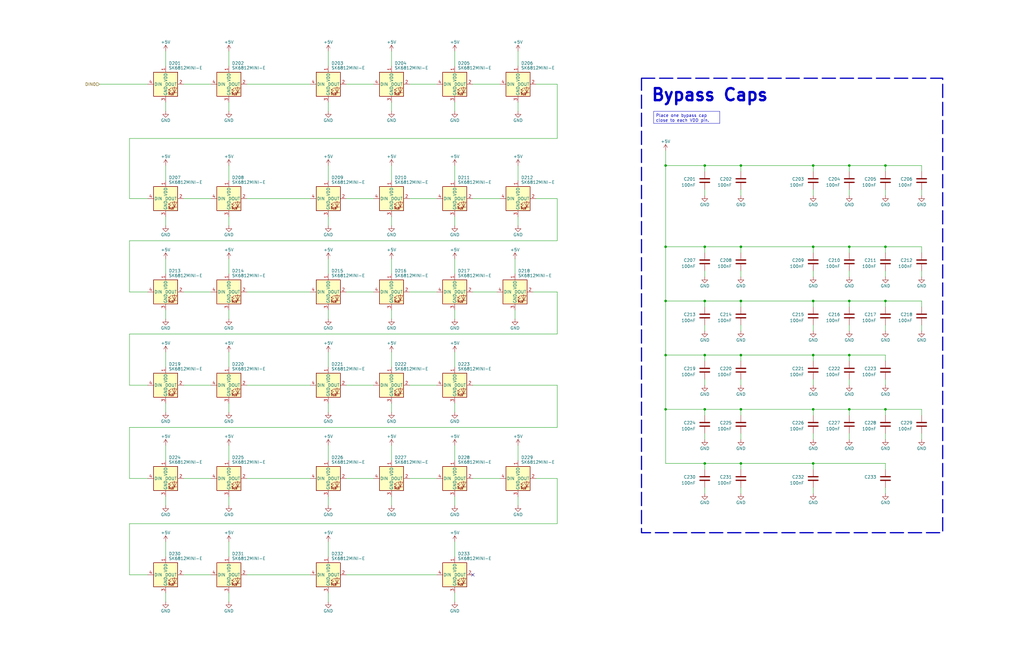
<source format=kicad_sch>
(kicad_sch (version 20230121) (generator eeschema)
  (paper "B")
  (title_block (title "Nifty Numpad") (date "2023-06-10") (rev "${REV}") (comment 1 "Isaac Rex"))
  (junction (at 312.42 69.85))
  (junction (at 312.42 127))
  (junction (at 280.67 172.72))
  (junction (at 358.14 149.86))
  (junction (at 358.14 104.14))
  (junction (at 342.9 195.58))
  (junction (at 280.67 149.86))
  (junction (at 342.9 172.72))
  (junction (at 358.14 69.85))
  (junction (at 297.18 172.72))
  (junction (at 342.9 104.14))
  (junction (at 312.42 149.86))
  (junction (at 297.18 195.58))
  (junction (at 297.18 149.86))
  (junction (at 297.18 104.14))
  (junction (at 373.38 172.72))
  (junction (at 342.9 127))
  (junction (at 373.38 69.85))
  (junction (at 358.14 172.72))
  (junction (at 342.9 149.86))
  (junction (at 280.67 69.85))
  (junction (at 297.18 69.85))
  (junction (at 297.18 127))
  (junction (at 280.67 104.14))
  (junction (at 312.42 172.72))
  (junction (at 312.42 195.58))
  (junction (at 312.42 104.14))
  (junction (at 373.38 127))
  (junction (at 342.9 69.85))
  (junction (at 358.14 127))
  (junction (at 373.38 104.14))
  (junction (at 280.67 127))
  (no_connect (at 199.39 242.57))
  (wire (pts (xy 358.14 69.85) (xy 358.14 72.39)))
  (wire (pts (xy 373.38 127) (xy 358.14 127)))
  (wire (pts (xy 191.77 21.59) (xy 191.77 27.94)))
  (wire (pts (xy 77.47 201.93) (xy 88.9 201.93)))
  (wire (pts (xy 342.9 149.86) (xy 342.9 152.4)))
  (wire (pts (xy 77.47 123.19) (xy 88.9 123.19)))
  (wire (pts (xy 104.14 83.82) (xy 130.81 83.82)))
  (wire (pts (xy 312.42 129.54) (xy 312.42 127)))
  (wire (pts (xy 69.85 91.44) (xy 69.85 95.25)))
  (wire (pts (xy 138.43 187.96) (xy 138.43 194.31)))
  (wire (pts (xy 373.38 195.58) (xy 373.38 198.12)))
  (wire (pts (xy 96.52 21.59) (xy 96.52 27.94)))
  (wire (pts (xy 218.44 43.18) (xy 218.44 46.99)))
  (wire (pts (xy 312.42 114.3) (xy 312.42 116.84)))
  (wire (pts (xy 373.38 182.88) (xy 373.38 185.42)))
  (wire (pts (xy 172.72 35.56) (xy 184.15 35.56)))
  (wire (pts (xy 191.77 148.59) (xy 191.77 154.94)))
  (wire (pts (xy 312.42 152.4) (xy 312.42 149.86)))
  (wire (pts (xy 342.9 137.16) (xy 342.9 139.7)))
  (wire (pts (xy 358.14 172.72) (xy 342.9 172.72)))
  (wire (pts (xy 342.9 182.88) (xy 342.9 185.42)))
  (wire (pts (xy 96.52 250.19) (xy 96.52 254)))
  (wire (pts (xy 138.43 250.19) (xy 138.43 254)))
  (wire (pts (xy 218.44 209.55) (xy 218.44 213.36)))
  (wire (pts (xy 312.42 106.68) (xy 312.42 104.14)))
  (wire (pts (xy 373.38 205.74) (xy 373.38 208.28)))
  (wire (pts (xy 388.62 175.26) (xy 388.62 172.72)))
  (wire (pts (xy 342.9 80.01) (xy 342.9 82.55)))
  (wire (pts (xy 312.42 137.16) (xy 312.42 139.7)))
  (wire (pts (xy 388.62 114.3) (xy 388.62 116.84)))
  (wire (pts (xy 217.17 130.81) (xy 217.17 134.62)))
  (wire (pts (xy 191.77 43.18) (xy 191.77 46.99)))
  (wire (pts (xy 199.39 35.56) (xy 210.82 35.56)))
  (wire (pts (xy 217.17 109.22) (xy 217.17 115.57)))
  (wire (pts (xy 191.77 228.6) (xy 191.77 234.95)))
  (wire (pts (xy 69.85 69.85) (xy 69.85 76.2)))
  (wire (pts (xy 312.42 198.12) (xy 312.42 195.58)))
  (wire (pts (xy 218.44 91.44) (xy 218.44 95.25)))
  (wire (pts (xy 138.43 109.22) (xy 138.43 115.57)))
  (wire (pts (xy 69.85 228.6) (xy 69.85 234.95)))
  (wire (pts (xy 297.18 175.26) (xy 297.18 172.72)))
  (wire (pts (xy 138.43 148.59) (xy 138.43 154.94)))
  (wire (pts (xy 199.39 162.56) (xy 234.95 162.56)))
  (wire (pts (xy 191.77 69.85) (xy 191.77 76.2)))
  (wire (pts (xy 297.18 172.72) (xy 312.42 172.72)))
  (wire (pts (xy 138.43 43.18) (xy 138.43 46.99)))
  (wire (pts (xy 358.14 149.86) (xy 358.14 152.4)))
  (wire (pts (xy 297.18 160.02) (xy 297.18 162.56)))
  (wire (pts (xy 280.67 69.85) (xy 297.18 69.85)))
  (wire (pts (xy 312.42 205.74) (xy 312.42 208.28)))
  (wire (pts (xy 54.61 83.82) (xy 62.23 83.82)))
  (wire (pts (xy 218.44 69.85) (xy 218.44 76.2)))
  (wire (pts (xy 342.9 104.14) (xy 342.9 106.68)))
  (wire (pts (xy 234.95 101.6) (xy 54.61 101.6)))
  (wire (pts (xy 191.77 91.44) (xy 191.77 95.25)))
  (wire (pts (xy 104.14 201.93) (xy 130.81 201.93)))
  (wire (pts (xy 280.67 172.72) (xy 297.18 172.72)))
  (wire (pts (xy 342.9 205.74) (xy 342.9 208.28)))
  (wire (pts (xy 172.72 123.19) (xy 184.15 123.19)))
  (wire (pts (xy 234.95 58.42) (xy 54.61 58.42)))
  (wire (pts (xy 104.14 123.19) (xy 130.81 123.19)))
  (wire (pts (xy 373.38 69.85) (xy 358.14 69.85)))
  (wire (pts (xy 165.1 21.59) (xy 165.1 27.94)))
  (wire (pts (xy 69.85 209.55) (xy 69.85 213.36)))
  (wire (pts (xy 280.67 127) (xy 280.67 104.14)))
  (wire (pts (xy 234.95 162.56) (xy 234.95 180.34)))
  (wire (pts (xy 342.9 69.85) (xy 312.42 69.85)))
  (wire (pts (xy 297.18 72.39) (xy 297.18 69.85)))
  (wire (pts (xy 280.67 195.58) (xy 280.67 172.72)))
  (wire (pts (xy 96.52 130.81) (xy 96.52 134.62)))
  (wire (pts (xy 280.67 149.86) (xy 280.67 127)))
  (wire (pts (xy 373.38 80.01) (xy 373.38 82.55)))
  (wire (pts (xy 358.14 80.01) (xy 358.14 82.55)))
  (wire (pts (xy 373.38 114.3) (xy 373.38 116.84)))
  (wire (pts (xy 146.05 83.82) (xy 157.48 83.82)))
  (wire (pts (xy 165.1 148.59) (xy 165.1 154.94)))
  (wire (pts (xy 96.52 69.85) (xy 96.52 76.2)))
  (wire (pts (xy 226.06 201.93) (xy 234.95 201.93)))
  (wire (pts (xy 388.62 172.72) (xy 373.38 172.72)))
  (wire (pts (xy 172.72 201.93) (xy 184.15 201.93)))
  (wire (pts (xy 342.9 172.72) (xy 312.42 172.72)))
  (wire (pts (xy 146.05 201.93) (xy 157.48 201.93)))
  (wire (pts (xy 226.06 83.82) (xy 234.95 83.82)))
  (wire (pts (xy 138.43 170.18) (xy 138.43 173.99)))
  (wire (pts (xy 297.18 127) (xy 312.42 127)))
  (wire (pts (xy 312.42 160.02) (xy 312.42 162.56)))
  (wire (pts (xy 54.61 58.42) (xy 54.61 83.82)))
  (wire (pts (xy 342.9 160.02) (xy 342.9 162.56)))
  (wire (pts (xy 146.05 35.56) (xy 157.48 35.56)))
  (wire (pts (xy 54.61 123.19) (xy 62.23 123.19)))
  (wire (pts (xy 342.9 69.85) (xy 342.9 72.39)))
  (wire (pts (xy 342.9 195.58) (xy 342.9 198.12)))
  (wire (pts (xy 138.43 69.85) (xy 138.43 76.2)))
  (wire (pts (xy 165.1 69.85) (xy 165.1 76.2)))
  (wire (pts (xy 358.14 104.14) (xy 358.14 106.68)))
  (wire (pts (xy 138.43 91.44) (xy 138.43 95.25)))
  (wire (pts (xy 373.38 149.86) (xy 358.14 149.86)))
  (wire (pts (xy 77.47 162.56) (xy 88.9 162.56)))
  (wire (pts (xy 191.77 187.96) (xy 191.77 194.31)))
  (wire (pts (xy 191.77 109.22) (xy 191.77 115.57)))
  (wire (pts (xy 297.18 137.16) (xy 297.18 139.7)))
  (wire (pts (xy 373.38 160.02) (xy 373.38 162.56)))
  (wire (pts (xy 280.67 104.14) (xy 297.18 104.14)))
  (wire (pts (xy 297.18 195.58) (xy 280.67 195.58)))
  (wire (pts (xy 69.85 130.81) (xy 69.85 134.62)))
  (wire (pts (xy 165.1 170.18) (xy 165.1 173.99)))
  (wire (pts (xy 312.42 72.39) (xy 312.42 69.85)))
  (wire (pts (xy 234.95 201.93) (xy 234.95 220.98)))
  (wire (pts (xy 218.44 21.59) (xy 218.44 27.94)))
  (wire (pts (xy 199.39 123.19) (xy 209.55 123.19)))
  (wire (pts (xy 191.77 250.19) (xy 191.77 254)))
  (wire (pts (xy 234.95 180.34) (xy 54.61 180.34)))
  (wire (pts (xy 388.62 129.54) (xy 388.62 127)))
  (wire (pts (xy 172.72 83.82) (xy 184.15 83.82)))
  (wire (pts (xy 54.61 180.34) (xy 54.61 201.93)))
  (wire (pts (xy 69.85 170.18) (xy 69.85 173.99)))
  (wire (pts (xy 297.18 106.68) (xy 297.18 104.14)))
  (wire (pts (xy 191.77 209.55) (xy 191.77 213.36)))
  (wire (pts (xy 96.52 148.59) (xy 96.52 154.94)))
  (wire (pts (xy 388.62 72.39) (xy 388.62 69.85)))
  (wire (pts (xy 358.14 114.3) (xy 358.14 116.84)))
  (wire (pts (xy 297.18 69.85) (xy 312.42 69.85)))
  (wire (pts (xy 358.14 160.02) (xy 358.14 162.56)))
  (wire (pts (xy 218.44 187.96) (xy 218.44 194.31)))
  (wire (pts (xy 297.18 149.86) (xy 312.42 149.86)))
  (wire (pts (xy 77.47 242.57) (xy 88.9 242.57)))
  (wire (pts (xy 234.95 220.98) (xy 54.61 220.98)))
  (wire (pts (xy 138.43 21.59) (xy 138.43 27.94)))
  (wire (pts (xy 199.39 83.82) (xy 210.82 83.82)))
  (wire (pts (xy 104.14 242.57) (xy 130.81 242.57)))
  (wire (pts (xy 373.38 149.86) (xy 373.38 152.4)))
  (wire (pts (xy 54.61 101.6) (xy 54.61 123.19)))
  (wire (pts (xy 358.14 137.16) (xy 358.14 139.7)))
  (wire (pts (xy 165.1 91.44) (xy 165.1 95.25)))
  (wire (pts (xy 96.52 91.44) (xy 96.52 95.25)))
  (wire (pts (xy 96.52 228.6) (xy 96.52 234.95)))
  (wire (pts (xy 358.14 182.88) (xy 358.14 185.42)))
  (wire (pts (xy 96.52 187.96) (xy 96.52 194.31)))
  (wire (pts (xy 297.18 152.4) (xy 297.18 149.86)))
  (wire (pts (xy 54.61 220.98) (xy 54.61 242.57)))
  (wire (pts (xy 297.18 205.74) (xy 297.18 208.28)))
  (wire (pts (xy 312.42 80.01) (xy 312.42 82.55)))
  (wire (pts (xy 297.18 114.3) (xy 297.18 116.84)))
  (wire (pts (xy 104.14 35.56) (xy 130.81 35.56)))
  (wire (pts (xy 165.1 43.18) (xy 165.1 46.99)))
  (wire (pts (xy 234.95 83.82) (xy 234.95 101.6)))
  (wire (pts (xy 388.62 104.14) (xy 373.38 104.14)))
  (wire (pts (xy 297.18 80.01) (xy 297.18 82.55)))
  (wire (pts (xy 373.38 104.14) (xy 373.38 106.68)))
  (wire (pts (xy 165.1 187.96) (xy 165.1 194.31)))
  (wire (pts (xy 280.67 63.5) (xy 280.67 69.85)))
  (wire (pts (xy 234.95 35.56) (xy 234.95 58.42)))
  (wire (pts (xy 77.47 83.82) (xy 88.9 83.82)))
  (wire (pts (xy 96.52 43.18) (xy 96.52 46.99)))
  (wire (pts (xy 312.42 175.26) (xy 312.42 172.72)))
  (wire (pts (xy 342.9 172.72) (xy 342.9 175.26)))
  (wire (pts (xy 226.06 35.56) (xy 234.95 35.56)))
  (wire (pts (xy 165.1 109.22) (xy 165.1 115.57)))
  (wire (pts (xy 191.77 170.18) (xy 191.77 173.99)))
  (wire (pts (xy 191.77 130.81) (xy 191.77 134.62)))
  (wire (pts (xy 146.05 242.57) (xy 184.15 242.57)))
  (wire (pts (xy 172.72 162.56) (xy 184.15 162.56)))
  (wire (pts (xy 54.61 201.93) (xy 62.23 201.93)))
  (wire (pts (xy 146.05 123.19) (xy 157.48 123.19)))
  (wire (pts (xy 342.9 127) (xy 312.42 127)))
  (wire (pts (xy 69.85 148.59) (xy 69.85 154.94)))
  (wire (pts (xy 146.05 162.56) (xy 157.48 162.56)))
  (wire (pts (xy 280.67 172.72) (xy 280.67 149.86)))
  (wire (pts (xy 373.38 172.72) (xy 358.14 172.72)))
  (wire (pts (xy 342.9 195.58) (xy 373.38 195.58)))
  (wire (pts (xy 342.9 149.86) (xy 312.42 149.86)))
  (wire (pts (xy 104.14 162.56) (xy 130.81 162.56)))
  (wire (pts (xy 280.67 104.14) (xy 280.67 69.85)))
  (wire (pts (xy 41.91 35.56) (xy 62.23 35.56)))
  (wire (pts (xy 388.62 106.68) (xy 388.62 104.14)))
  (wire (pts (xy 297.18 104.14) (xy 312.42 104.14)))
  (wire (pts (xy 358.14 172.72) (xy 358.14 175.26)))
  (wire (pts (xy 342.9 195.58) (xy 312.42 195.58)))
  (wire (pts (xy 77.47 35.56) (xy 88.9 35.56)))
  (wire (pts (xy 297.18 182.88) (xy 297.18 185.42)))
  (wire (pts (xy 358.14 127) (xy 342.9 127)))
  (wire (pts (xy 373.38 127) (xy 373.38 129.54)))
  (wire (pts (xy 234.95 123.19) (xy 234.95 140.97)))
  (wire (pts (xy 312.42 182.88) (xy 312.42 185.42)))
  (wire (pts (xy 280.67 149.86) (xy 297.18 149.86)))
  (wire (pts (xy 96.52 170.18) (xy 96.52 173.99)))
  (wire (pts (xy 224.79 123.19) (xy 234.95 123.19)))
  (wire (pts (xy 358.14 149.86) (xy 342.9 149.86)))
  (wire (pts (xy 96.52 209.55) (xy 96.52 213.36)))
  (wire (pts (xy 69.85 250.19) (xy 69.85 254)))
  (wire (pts (xy 54.61 242.57) (xy 62.23 242.57)))
  (wire (pts (xy 69.85 187.96) (xy 69.85 194.31)))
  (wire (pts (xy 388.62 127) (xy 373.38 127)))
  (wire (pts (xy 280.67 127) (xy 297.18 127)))
  (wire (pts (xy 373.38 104.14) (xy 358.14 104.14)))
  (wire (pts (xy 199.39 201.93) (xy 210.82 201.93)))
  (wire (pts (xy 138.43 130.81) (xy 138.43 134.62)))
  (wire (pts (xy 373.38 69.85) (xy 373.38 72.39)))
  (wire (pts (xy 54.61 140.97) (xy 54.61 162.56)))
  (wire (pts (xy 297.18 129.54) (xy 297.18 127)))
  (wire (pts (xy 342.9 104.14) (xy 312.42 104.14)))
  (wire (pts (xy 234.95 140.97) (xy 54.61 140.97)))
  (wire (pts (xy 388.62 80.01) (xy 388.62 82.55)))
  (wire (pts (xy 358.14 69.85) (xy 342.9 69.85)))
  (wire (pts (xy 165.1 209.55) (xy 165.1 213.36)))
  (wire (pts (xy 342.9 114.3) (xy 342.9 116.84)))
  (wire (pts (xy 96.52 109.22) (xy 96.52 115.57)))
  (wire (pts (xy 358.14 104.14) (xy 342.9 104.14)))
  (wire (pts (xy 138.43 209.55) (xy 138.43 213.36)))
  (wire (pts (xy 165.1 130.81) (xy 165.1 134.62)))
  (wire (pts (xy 373.38 137.16) (xy 373.38 139.7)))
  (wire (pts (xy 388.62 69.85) (xy 373.38 69.85)))
  (wire (pts (xy 69.85 21.59) (xy 69.85 27.94)))
  (wire (pts (xy 138.43 228.6) (xy 138.43 234.95)))
  (wire (pts (xy 297.18 198.12) (xy 297.18 195.58)))
  (wire (pts (xy 358.14 127) (xy 358.14 129.54)))
  (wire (pts (xy 388.62 182.88) (xy 388.62 185.42)))
  (wire (pts (xy 69.85 43.18) (xy 69.85 46.99)))
  (wire (pts (xy 54.61 162.56) (xy 62.23 162.56)))
  (wire (pts (xy 69.85 109.22) (xy 69.85 115.57)))
  (wire (pts (xy 373.38 172.72) (xy 373.38 175.26)))
  (wire (pts (xy 342.9 127) (xy 342.9 129.54)))
  (wire (pts (xy 388.62 137.16) (xy 388.62 139.7)))
  (wire (pts (xy 297.18 195.58) (xy 312.42 195.58)))
  (rectangle (start 270.51 33.02) (end 397.51 224.79) (stroke (width 0.508) (type dash)))
  (text_box "Place one bypass cap close to each VDD pin." (at 275.59 46.99 0) (size 27.94 5.08) (effects (font (size 1.27 1.27)) (justify left top)))
  (text "Bypass Caps" (at 274.32 43.18 0) (effects (font (size 5.08 5.08) (thickness 1.016) bold) (justify left bottom)))
  (hierarchical_label "DIN0" (shape input) (at 41.91 35.56 180))
  (symbol (lib_id "power:+5V") (at 69.85 187.96 0) (unit 1)
    (property "Reference" "#PWR0277" (effects hide))
    (property "Value" "+5V" (at 69.85 184.15 0))
  )
  (symbol (lib_id "power:GND") (at 165.1 95.25 0) (unit 1)
    (property "Reference" "#PWR0229" (effects hide))
    (property "Value" "GND" (at 165.1 99.06 0))
  )
  (symbol (lib_id "Device:C") (at 373.38 201.93 0) (unit 1)
    (property "Reference" "C233" (at 369.57 201.295 0) (effects (justify right)))
    (property "Value" "100nF" (effects hide))
    (property "Footprint" "Capacitor_SMD:C_0603_1608Metric" (effects hide))
    (property "DigiKey PN" "1276-1006-1-ND" (effects hide))
    (property "LCSC" "C14663" (effects hide))
  )
  (symbol (lib_id "power:GND") (at 191.77 254 0) (unit 1)
    (property "Reference" "#PWR0300" (effects hide))
    (property "Value" "GND" (at 191.77 257.81 0))
  )
  (symbol (lib_id "irex_LED:SK6805MINI-E") (at 218.44 201.93 0) (unit 1)
    (property "Reference" "D229" (at 219.71 193.04 0) (effects (justify left)))
    (property "Value" "SK6812MINI-E" (at 219.71 194.31 0) (effects (justify left top)))
    (property "Footprint" "irex_LED_SMD:LED_SK6812MINI-E_3.2x2.8mm" (effects hide))
    (property "Datasheet" "https://cdn-shop.adafruit.com/product-files/4960/4960_SK6812MINI-E_REV02_EN.pdf" (effects hide))
    (property "DigiKey PN" "1528-4960-ND" (effects hide))
    (property "LCSC" "C5149201" (effects hide))
  )
  (symbol (lib_id "power:GND") (at 388.62 116.84 0) (unit 1)
    (property "Reference" "#PWR0243" (effects hide))
    (property "Value" "GND" (at 388.62 120.65 0))
  )
  (symbol (lib_id "power:+5V") (at 191.77 228.6 0) (unit 1)
    (property "Reference" "#PWR0296" (effects hide))
    (property "Value" "+5V" (at 191.77 224.79 0))
  )
  (symbol (lib_id "power:GND") (at 138.43 134.62 0) (unit 1)
    (property "Reference" "#PWR0246" (effects hide))
    (property "Value" "GND" (at 138.43 138.43 0))
  )
  (symbol (lib_id "power:+5V") (at 96.52 187.96 0) (unit 1)
    (property "Reference" "#PWR0278" (effects hide))
    (property "Value" "+5V" (at 96.52 184.15 0))
  )
  (symbol (lib_id "Device:C") (at 342.9 201.93 0) (unit 1)
    (property "Reference" "C232" (at 339.09 201.295 0) (effects (justify right)))
    (property "Value" "100nF" (at 339.09 203.835 0) (effects (justify right)))
    (property "Footprint" "Capacitor_SMD:C_0603_1608Metric" (effects hide))
    (property "DigiKey PN" "1276-1006-1-ND" (effects hide))
    (property "LCSC" "C14663" (effects hide))
  )
  (symbol (lib_id "power:+5V") (at 165.1 69.85 0) (unit 1)
    (property "Reference" "#PWR0217" (effects hide))
    (property "Value" "+5V" (at 165.1 66.04 0))
  )
  (symbol (lib_id "power:GND") (at 312.42 208.28 0) (unit 1)
    (property "Reference" "#PWR0284" (effects hide))
    (property "Value" "GND" (at 312.42 212.09 0))
  )
  (symbol (lib_id "power:GND") (at 96.52 46.99 0) (unit 1)
    (property "Reference" "#PWR0208" (effects hide))
    (property "Value" "GND" (at 96.52 50.8 0))
  )
  (symbol (lib_id "power:+5V") (at 69.85 148.59 0) (unit 1)
    (property "Reference" "#PWR0256" (effects hide))
    (property "Value" "+5V" (at 69.85 144.78 0))
  )
  (symbol (lib_id "power:+5V") (at 96.52 109.22 0) (unit 1)
    (property "Reference" "#PWR0233" (effects hide))
    (property "Value" "+5V" (at 96.52 105.41 0))
  )
  (symbol (lib_id "power:+5V") (at 69.85 21.59 0) (unit 1)
    (property "Reference" "#PWR0201" (effects hide))
    (property "Value" "+5V" (at 69.85 17.78 0))
  )
  (symbol (lib_id "Device:C") (at 358.14 156.21 0) (unit 1)
    (property "Reference" "C222" (at 354.33 155.575 0) (effects (justify right)))
    (property "Value" "100nF" (at 354.33 158.115 0) (effects (justify right)))
    (property "Footprint" "Capacitor_SMD:C_0603_1608Metric" (effects hide))
    (property "DigiKey PN" "1276-1006-1-ND" (effects hide))
    (property "LCSC" "C14663" (effects hide))
  )
  (symbol (lib_id "Device:C") (at 373.38 179.07 0) (unit 1)
    (property "Reference" "C228" (at 369.57 178.435 0) (effects (justify right)))
    (property "Value" "100nF" (at 369.57 180.975 0) (effects (justify right)))
    (property "Footprint" "Capacitor_SMD:C_0603_1608Metric" (effects hide))
    (property "DigiKey PN" "1276-1006-1-ND" (effects hide))
    (property "LCSC" "C14663" (effects hide))
  )
  (symbol (lib_id "power:GND") (at 297.18 82.55 0) (unit 1)
    (property "Reference" "#PWR0220" (effects hide))
    (property "Value" "GND" (at 297.18 86.36 0))
  )
  (symbol (lib_id "Device:C") (at 342.9 76.2 0) (unit 1)
    (property "Reference" "C203" (at 339.09 75.565 0) (effects (justify right)))
    (property "Value" "100nF" (at 339.09 78.105 0) (effects (justify right)))
    (property "Footprint" "Capacitor_SMD:C_0603_1608Metric" (effects hide))
    (property "DigiKey PN" "1276-1006-1-ND" (effects hide))
    (property "LCSC" "C14663" (effects hide))
  )
  (symbol (lib_id "irex_LED:SK6805MINI-E") (at 165.1 201.93 0) (unit 1)
    (property "Reference" "D227" (at 166.37 193.04 0) (effects (justify left)))
    (property "Value" "SK6812MINI-E" (at 166.37 194.31 0) (effects (justify left top)))
    (property "Footprint" "irex_LED_SMD:LED_SK6812MINI-E_3.2x2.8mm" (effects hide))
    (property "Datasheet" "https://cdn-shop.adafruit.com/product-files/4960/4960_SK6812MINI-E_REV02_EN.pdf" (effects hide))
    (property "DigiKey PN" "1528-4960-ND" (effects hide))
    (property "LCSC" "C5149201" (effects hide))
  )
  (symbol (lib_id "irex_LED:SK6805MINI-E") (at 138.43 123.19 0) (unit 1)
    (property "Reference" "D215" (at 139.7 114.3 0) (effects (justify left)))
    (property "Value" "SK6812MINI-E" (at 139.7 115.57 0) (effects (justify left top)))
    (property "Footprint" "irex_LED_SMD:LED_SK6812MINI-E_3.2x2.8mm" (effects hide))
    (property "Datasheet" "https://cdn-shop.adafruit.com/product-files/4960/4960_SK6812MINI-E_REV02_EN.pdf" (effects hide))
    (property "DigiKey PN" "1528-4960-ND" (effects hide))
    (property "LCSC" "C5149201" (effects hide))
  )
  (symbol (lib_id "power:GND") (at 373.38 185.42 0) (unit 1)
    (property "Reference" "#PWR0275" (effects hide))
    (property "Value" "GND" (at 373.38 189.23 0))
  )
  (symbol (lib_id "power:+5V") (at 218.44 187.96 0) (unit 1)
    (property "Reference" "#PWR0282" (effects hide))
    (property "Value" "+5V" (at 218.44 184.15 0))
  )
  (symbol (lib_id "power:GND") (at 312.42 116.84 0) (unit 1)
    (property "Reference" "#PWR0239" (effects hide))
    (property "Value" "GND" (at 312.42 120.65 0))
  )
  (symbol (lib_id "irex_LED:SK6805MINI-E") (at 165.1 83.82 0) (unit 1)
    (property "Reference" "D210" (at 166.37 74.93 0) (effects (justify left)))
    (property "Value" "SK6812MINI-E" (at 166.37 76.2 0) (effects (justify left top)))
    (property "Footprint" "irex_LED_SMD:LED_SK6812MINI-E_3.2x2.8mm" (effects hide))
    (property "Datasheet" "https://cdn-shop.adafruit.com/product-files/4960/4960_SK6812MINI-E_REV02_EN.pdf" (effects hide))
    (property "DigiKey PN" "1528-4960-ND" (effects hide))
    (property "LCSC" "C5149201" (effects hide))
  )
  (symbol (lib_id "power:+5V") (at 191.77 21.59 0) (unit 1)
    (property "Reference" "#PWR0205" (effects hide))
    (property "Value" "+5V" (at 191.77 17.78 0))
  )
  (symbol (lib_id "power:GND") (at 138.43 95.25 0) (unit 1)
    (property "Reference" "#PWR0228" (effects hide))
    (property "Value" "GND" (at 138.43 99.06 0))
  )
  (symbol (lib_id "irex_LED:SK6805MINI-E") (at 69.85 35.56 0) (unit 1)
    (property "Reference" "D201" (at 71.12 26.67 0) (effects (justify left)))
    (property "Value" "SK6812MINI-E" (at 71.12 27.94 0) (effects (justify left top)))
    (property "Footprint" "irex_LED_SMD:LED_SK6812MINI-E_3.2x2.8mm" (effects hide))
    (property "Datasheet" "https://cdn-shop.adafruit.com/product-files/4960/4960_SK6812MINI-E_REV02_EN.pdf" (effects hide))
    (property "DigiKey PN" "1528-4960-ND" (effects hide))
    (property "LCSC" "C5149201" (effects hide))
  )
  (symbol (lib_id "power:GND") (at 69.85 213.36 0) (unit 1)
    (property "Reference" "#PWR0287" (effects hide))
    (property "Value" "GND" (at 69.85 217.17 0))
  )
  (symbol (lib_id "power:GND") (at 388.62 185.42 0) (unit 1)
    (property "Reference" "#PWR0276" (effects hide))
    (property "Value" "GND" (at 388.62 189.23 0))
  )
  (symbol (lib_id "irex_LED:SK6805MINI-E") (at 96.52 35.56 0) (unit 1)
    (property "Reference" "D202" (at 97.79 26.67 0) (effects (justify left)))
    (property "Value" "SK6812MINI-E" (at 97.79 27.94 0) (effects (justify left top)))
    (property "Footprint" "irex_LED_SMD:LED_SK6812MINI-E_3.2x2.8mm" (effects hide))
    (property "Datasheet" "https://cdn-shop.adafruit.com/product-files/4960/4960_SK6812MINI-E_REV02_EN.pdf" (effects hide))
    (property "DigiKey PN" "1528-4960-ND" (effects hide))
    (property "LCSC" "C5149201" (effects hide))
  )
  (symbol (lib_id "power:+5V") (at 217.17 109.22 0) (unit 1)
    (property "Reference" "#PWR0237" (effects hide))
    (property "Value" "+5V" (at 217.17 105.41 0))
  )
  (symbol (lib_id "irex_LED:SK6805MINI-E") (at 218.44 83.82 0) (unit 1)
    (property "Reference" "D212" (at 219.71 74.93 0) (effects (justify left)))
    (property "Value" "SK6812MINI-E" (at 219.71 76.2 0) (effects (justify left top)))
    (property "Footprint" "irex_LED_SMD:LED_SK6812MINI-E_3.2x2.8mm" (effects hide))
    (property "Datasheet" "https://cdn-shop.adafruit.com/product-files/4960/4960_SK6812MINI-E_REV02_EN.pdf" (effects hide))
    (property "DigiKey PN" "1528-4960-ND" (effects hide))
    (property "LCSC" "C5149201" (effects hide))
  )
  (symbol (lib_id "irex_LED:SK6805MINI-E") (at 165.1 35.56 0) (unit 1)
    (property "Reference" "D204" (at 166.37 26.67 0) (effects (justify left)))
    (property "Value" "SK6812MINI-E" (at 166.37 27.94 0) (effects (justify left top)))
    (property "Footprint" "irex_LED_SMD:LED_SK6812MINI-E_3.2x2.8mm" (effects hide))
    (property "Datasheet" "https://cdn-shop.adafruit.com/product-files/4960/4960_SK6812MINI-E_REV02_EN.pdf" (effects hide))
    (property "DigiKey PN" "1528-4960-ND" (effects hide))
    (property "LCSC" "C5149201" (effects hide))
  )
  (symbol (lib_id "irex_LED:SK6805MINI-E") (at 218.44 35.56 0) (unit 1)
    (property "Reference" "D206" (at 219.71 26.67 0) (effects (justify left)))
    (property "Value" "SK6812MINI-E" (at 219.71 27.94 0) (effects (justify left top)))
    (property "Footprint" "irex_LED_SMD:LED_SK6812MINI-E_3.2x2.8mm" (effects hide))
    (property "Datasheet" "https://cdn-shop.adafruit.com/product-files/4960/4960_SK6812MINI-E_REV02_EN.pdf" (effects hide))
    (property "DigiKey PN" "1528-4960-ND" (effects hide))
    (property "LCSC" "C5149201" (effects hide))
  )
  (symbol (lib_id "power:+5V") (at 191.77 109.22 0) (unit 1)
    (property "Reference" "#PWR0236" (effects hide))
    (property "Value" "+5V" (at 191.77 105.41 0))
  )
  (symbol (lib_id "irex_LED:SK6805MINI-E") (at 138.43 162.56 0) (unit 1)
    (property "Reference" "D221" (at 139.7 153.67 0) (effects (justify left)))
    (property "Value" "SK6812MINI-E" (at 139.7 154.94 0) (effects (justify left top)))
    (property "Footprint" "irex_LED_SMD:LED_SK6812MINI-E_3.2x2.8mm" (effects hide))
    (property "Datasheet" "https://cdn-shop.adafruit.com/product-files/4960/4960_SK6812MINI-E_REV02_EN.pdf" (effects hide))
    (property "DigiKey PN" "1528-4960-ND" (effects hide))
    (property "LCSC" "C5149201" (effects hide))
  )
  (symbol (lib_id "irex_LED:SK6805MINI-E") (at 69.85 162.56 0) (unit 1)
    (property "Reference" "D219" (at 71.12 153.67 0) (effects (justify left)))
    (property "Value" "SK6812MINI-E" (at 71.12 154.94 0) (effects (justify left top)))
    (property "Footprint" "irex_LED_SMD:LED_SK6812MINI-E_3.2x2.8mm" (effects hide))
    (property "Datasheet" "https://cdn-shop.adafruit.com/product-files/4960/4960_SK6812MINI-E_REV02_EN.pdf" (effects hide))
    (property "DigiKey PN" "1528-4960-ND" (effects hide))
    (property "LCSC" "C5149201" (effects hide))
  )
  (symbol (lib_id "power:+5V") (at 96.52 21.59 0) (unit 1)
    (property "Reference" "#PWR0202" (effects hide))
    (property "Value" "+5V" (at 96.52 17.78 0))
  )
  (symbol (lib_id "power:GND") (at 165.1 173.99 0) (unit 1)
    (property "Reference" "#PWR0269" (effects hide))
    (property "Value" "GND" (at 165.1 177.8 0))
  )
  (symbol (lib_id "power:+5V") (at 69.85 228.6 0) (unit 1)
    (property "Reference" "#PWR0293" (effects hide))
    (property "Value" "+5V" (at 69.85 224.79 0))
  )
  (symbol (lib_id "irex_LED:SK6805MINI-E") (at 165.1 123.19 0) (unit 1)
    (property "Reference" "D216" (at 166.37 114.3 0) (effects (justify left)))
    (property "Value" "SK6812MINI-E" (at 166.37 115.57 0) (effects (justify left top)))
    (property "Footprint" "irex_LED_SMD:LED_SK6812MINI-E_3.2x2.8mm" (effects hide))
    (property "Datasheet" "https://cdn-shop.adafruit.com/product-files/4960/4960_SK6812MINI-E_REV02_EN.pdf" (effects hide))
    (property "DigiKey PN" "1528-4960-ND" (effects hide))
    (property "LCSC" "C5149201" (effects hide))
  )
  (symbol (lib_id "power:GND") (at 165.1 213.36 0) (unit 1)
    (property "Reference" "#PWR0290" (effects hide))
    (property "Value" "GND" (at 165.1 217.17 0))
  )
  (symbol (lib_id "power:+5V") (at 165.1 187.96 0) (unit 1)
    (property "Reference" "#PWR0280" (effects hide))
    (property "Value" "+5V" (at 165.1 184.15 0))
  )
  (symbol (lib_id "power:+5V") (at 69.85 109.22 0) (unit 1)
    (property "Reference" "#PWR0232" (effects hide))
    (property "Value" "+5V" (at 69.85 105.41 0))
  )
  (symbol (lib_id "power:GND") (at 138.43 254 0) (unit 1)
    (property "Reference" "#PWR0299" (effects hide))
    (property "Value" "GND" (at 138.43 257.81 0))
  )
  (symbol (lib_id "irex_LED:SK6805MINI-E") (at 96.52 83.82 0) (unit 1)
    (property "Reference" "D208" (at 97.79 74.93 0) (effects (justify left)))
    (property "Value" "SK6812MINI-E" (at 97.79 76.2 0) (effects (justify left top)))
    (property "Footprint" "irex_LED_SMD:LED_SK6812MINI-E_3.2x2.8mm" (effects hide))
    (property "Datasheet" "https://cdn-shop.adafruit.com/product-files/4960/4960_SK6812MINI-E_REV02_EN.pdf" (effects hide))
    (property "DigiKey PN" "1528-4960-ND" (effects hide))
    (property "LCSC" "C5149201" (effects hide))
  )
  (symbol (lib_id "power:+5V") (at 96.52 228.6 0) (unit 1)
    (property "Reference" "#PWR0294" (effects hide))
    (property "Value" "+5V" (at 96.52 224.79 0))
  )
  (symbol (lib_id "power:+5V") (at 138.43 228.6 0) (unit 1)
    (property "Reference" "#PWR0295" (effects hide))
    (property "Value" "+5V" (at 138.43 224.79 0))
  )
  (symbol (lib_id "Device:C") (at 312.42 133.35 0) (unit 1)
    (property "Reference" "C214" (at 308.61 132.715 0) (effects (justify right)))
    (property "Value" "100nF" (at 308.61 135.255 0) (effects (justify right)))
    (property "Footprint" "Capacitor_SMD:C_0603_1608Metric" (effects hide))
    (property "DigiKey PN" "1276-1006-1-ND" (effects hide))
    (property "LCSC" "C14663" (effects hide))
  )
  (symbol (lib_id "Device:C") (at 312.42 156.21 0) (unit 1)
    (property "Reference" "C220" (at 308.61 155.575 0) (effects (justify right)))
    (property "Value" "100nF" (at 308.61 158.115 0) (effects (justify right)))
    (property "Footprint" "Capacitor_SMD:C_0603_1608Metric" (effects hide))
    (property "DigiKey PN" "1276-1006-1-ND" (effects hide))
    (property "LCSC" "C14663" (effects hide))
  )
  (symbol (lib_id "power:GND") (at 373.38 139.7 0) (unit 1)
    (property "Reference" "#PWR0254" (effects hide))
    (property "Value" "GND" (at 373.38 143.51 0))
  )
  (symbol (lib_id "power:GND") (at 218.44 46.99 0) (unit 1)
    (property "Reference" "#PWR0212" (effects hide))
    (property "Value" "GND" (at 218.44 50.8 0))
  )
  (symbol (lib_id "Device:C") (at 297.18 201.93 0) (unit 1)
    (property "Reference" "C230" (at 293.37 201.295 0) (effects (justify right)))
    (property "Value" "100nF" (at 293.37 203.835 0) (effects (justify right)))
    (property "Footprint" "Capacitor_SMD:C_0603_1608Metric" (effects hide))
    (property "DigiKey PN" "1276-1006-1-ND" (effects hide))
    (property "LCSC" "C14663" (effects hide))
  )
  (symbol (lib_id "power:+5V") (at 138.43 187.96 0) (unit 1)
    (property "Reference" "#PWR0279" (effects hide))
    (property "Value" "+5V" (at 138.43 184.15 0))
  )
  (symbol (lib_id "Device:C") (at 297.18 156.21 0) (unit 1)
    (property "Reference" "C219" (at 293.37 155.575 0) (effects (justify right)))
    (property "Value" "100nF" (at 293.37 158.115 0) (effects (justify right)))
    (property "Footprint" "Capacitor_SMD:C_0603_1608Metric" (effects hide))
    (property "DigiKey PN" "1276-1006-1-ND" (effects hide))
    (property "LCSC" "C14663" (effects hide))
  )
  (symbol (lib_id "power:GND") (at 312.42 162.56 0) (unit 1)
    (property "Reference" "#PWR0262" (effects hide))
    (property "Value" "GND" (at 312.42 166.37 0))
  )
  (symbol (lib_id "irex_LED:SK6805MINI-E") (at 96.52 201.93 0) (unit 1)
    (property "Reference" "D225" (at 97.79 193.04 0) (effects (justify left)))
    (property "Value" "SK6812MINI-E" (at 97.79 194.31 0) (effects (justify left top)))
    (property "Footprint" "irex_LED_SMD:LED_SK6812MINI-E_3.2x2.8mm" (effects hide))
    (property "Datasheet" "https://cdn-shop.adafruit.com/product-files/4960/4960_SK6812MINI-E_REV02_EN.pdf" (effects hide))
    (property "DigiKey PN" "1528-4960-ND" (effects hide))
    (property "LCSC" "C5149201" (effects hide))
  )
  (symbol (lib_id "irex_LED:SK6805MINI-E") (at 96.52 162.56 0) (unit 1)
    (property "Reference" "D220" (at 97.79 153.67 0) (effects (justify left)))
    (property "Value" "SK6812MINI-E" (at 97.79 154.94 0) (effects (justify left top)))
    (property "Footprint" "irex_LED_SMD:LED_SK6812MINI-E_3.2x2.8mm" (effects hide))
    (property "Datasheet" "https://cdn-shop.adafruit.com/product-files/4960/4960_SK6812MINI-E_REV02_EN.pdf" (effects hide))
    (property "DigiKey PN" "1528-4960-ND" (effects hide))
    (property "LCSC" "C5149201" (effects hide))
  )
  (symbol (lib_id "irex_LED:SK6805MINI-E") (at 138.43 83.82 0) (unit 1)
    (property "Reference" "D209" (at 139.7 74.93 0) (effects (justify left)))
    (property "Value" "SK6812MINI-E" (at 139.7 76.2 0) (effects (justify left top)))
    (property "Footprint" "irex_LED_SMD:LED_SK6812MINI-E_3.2x2.8mm" (effects hide))
    (property "Datasheet" "https://cdn-shop.adafruit.com/product-files/4960/4960_SK6812MINI-E_REV02_EN.pdf" (effects hide))
    (property "DigiKey PN" "1528-4960-ND" (effects hide))
    (property "LCSC" "C5149201" (effects hide))
  )
  (symbol (lib_id "power:GND") (at 96.52 134.62 0) (unit 1)
    (property "Reference" "#PWR0245" (effects hide))
    (property "Value" "GND" (at 96.52 138.43 0))
  )
  (symbol (lib_id "irex_LED:SK6805MINI-E") (at 191.77 201.93 0) (unit 1)
    (property "Reference" "D228" (at 193.04 193.04 0) (effects (justify left)))
    (property "Value" "SK6812MINI-E" (at 193.04 194.31 0) (effects (justify left top)))
    (property "Footprint" "irex_LED_SMD:LED_SK6812MINI-E_3.2x2.8mm" (effects hide))
    (property "Datasheet" "https://cdn-shop.adafruit.com/product-files/4960/4960_SK6812MINI-E_REV02_EN.pdf" (effects hide))
    (property "DigiKey PN" "1528-4960-ND" (effects hide))
    (property "LCSC" "C5149201" (effects hide))
  )
  (symbol (lib_id "power:+5V") (at 218.44 21.59 0) (unit 1)
    (property "Reference" "#PWR0206" (effects hide))
    (property "Value" "+5V" (at 218.44 17.78 0))
  )
  (symbol (lib_id "power:GND") (at 96.52 95.25 0) (unit 1)
    (property "Reference" "#PWR0227" (effects hide))
    (property "Value" "GND" (at 96.52 99.06 0))
  )
  (symbol (lib_id "power:+5V") (at 165.1 21.59 0) (unit 1)
    (property "Reference" "#PWR0204" (effects hide))
    (property "Value" "+5V" (at 165.1 17.78 0))
  )
  (symbol (lib_id "Device:C") (at 358.14 179.07 0) (unit 1)
    (property "Reference" "C227" (at 354.33 178.435 0) (effects (justify right)))
    (property "Value" "100nF" (at 354.33 180.975 0) (effects (justify right)))
    (property "Footprint" "Capacitor_SMD:C_0603_1608Metric" (effects hide))
    (property "DigiKey PN" "1276-1006-1-ND" (effects hide))
    (property "LCSC" "C14663" (effects hide))
  )
  (symbol (lib_id "power:GND") (at 217.17 134.62 0) (unit 1)
    (property "Reference" "#PWR0249" (effects hide))
    (property "Value" "GND" (at 217.17 138.43 0))
  )
  (symbol (lib_id "Device:C") (at 388.62 76.2 0) (unit 1)
    (property "Reference" "C206" (at 384.81 75.565 0) (effects (justify right)))
    (property "Value" "100nF" (at 384.81 78.105 0) (effects (justify right)))
    (property "Footprint" "Capacitor_SMD:C_0603_1608Metric" (effects hide))
    (property "DigiKey PN" "1276-1006-1-ND" (effects hide))
    (property "LCSC" "C14663" (effects hide))
  )
  (symbol (lib_id "power:+5V") (at 138.43 21.59 0) (unit 1)
    (property "Reference" "#PWR0203" (effects hide))
    (property "Value" "+5V" (at 138.43 17.78 0))
  )
  (symbol (lib_id "Device:C") (at 373.38 110.49 0) (unit 1)
    (property "Reference" "C211" (at 369.57 109.855 0) (effects (justify right)))
    (property "Value" "100nF" (at 369.57 112.395 0) (effects (justify right)))
    (property "Footprint" "Capacitor_SMD:C_0603_1608Metric" (effects hide))
    (property "DigiKey PN" "1276-1006-1-ND" (effects hide))
    (property "LCSC" "C14663" (effects hide))
  )
  (symbol (lib_id "power:GND") (at 373.38 162.56 0) (unit 1)
    (property "Reference" "#PWR0265" (effects hide))
    (property "Value" "GND" (at 373.38 166.37 0))
  )
  (symbol (lib_id "power:GND") (at 69.85 254 0) (unit 1)
    (property "Reference" "#PWR0297" (effects hide))
    (property "Value" "GND" (at 69.85 257.81 0))
  )
  (symbol (lib_id "power:GND") (at 312.42 82.55 0) (unit 1)
    (property "Reference" "#PWR0221" (effects hide))
    (property "Value" "GND" (at 312.42 86.36 0))
  )
  (symbol (lib_id "power:+5V") (at 165.1 148.59 0) (unit 1)
    (property "Reference" "#PWR0259" (effects hide))
    (property "Value" "+5V" (at 165.1 144.78 0))
  )
  (symbol (lib_id "power:GND") (at 191.77 134.62 0) (unit 1)
    (property "Reference" "#PWR0248" (effects hide))
    (property "Value" "GND" (at 191.77 138.43 0))
  )
  (symbol (lib_id "irex_LED:SK6805MINI-E") (at 191.77 242.57 0) (unit 1)
    (property "Reference" "D233" (at 193.04 233.68 0) (effects (justify left)))
    (property "Value" "SK6812MINI-E" (at 193.04 234.95 0) (effects (justify left top)))
    (property "Footprint" "irex_LED_SMD:LED_SK6812MINI-E_3.2x2.8mm" (effects hide))
    (property "Datasheet" "https://cdn-shop.adafruit.com/product-files/4960/4960_SK6812MINI-E_REV02_EN.pdf" (effects hide))
    (property "DigiKey PN" "1528-4960-ND" (effects hide))
    (property "LCSC" "C5149201" (effects hide))
  )
  (symbol (lib_id "Device:C") (at 373.38 133.35 0) (unit 1)
    (property "Reference" "C217" (at 369.57 132.715 0) (effects (justify right)))
    (property "Value" "100nF" (at 369.57 135.255 0) (effects (justify right)))
    (property "Footprint" "Capacitor_SMD:C_0603_1608Metric" (effects hide))
    (property "DigiKey PN" "1276-1006-1-ND" (effects hide))
    (property "LCSC" "C14663" (effects hide))
  )
  (symbol (lib_id "Device:C") (at 342.9 133.35 0) (unit 1)
    (property "Reference" "C215" (at 339.09 132.715 0) (effects (justify right)))
    (property "Value" "100nF" (at 339.09 135.255 0) (effects (justify right)))
    (property "Footprint" "Capacitor_SMD:C_0603_1608Metric" (effects hide))
    (property "DigiKey PN" "1276-1006-1-ND" (effects hide))
    (property "LCSC" "C14663" (effects hide))
  )
  (symbol (lib_id "irex_LED:SK6805MINI-E") (at 191.77 83.82 0) (unit 1)
    (property "Reference" "D211" (at 193.04 74.93 0) (effects (justify left)))
    (property "Value" "SK6812MINI-E" (at 193.04 76.2 0) (effects (justify left top)))
    (property "Footprint" "irex_LED_SMD:LED_SK6812MINI-E_3.2x2.8mm" (effects hide))
    (property "Datasheet" "https://cdn-shop.adafruit.com/product-files/4960/4960_SK6812MINI-E_REV02_EN.pdf" (effects hide))
    (property "DigiKey PN" "1528-4960-ND" (effects hide))
    (property "LCSC" "C5149201" (effects hide))
  )
  (symbol (lib_id "power:GND") (at 297.18 185.42 0) (unit 1)
    (property "Reference" "#PWR0271" (effects hide))
    (property "Value" "GND" (at 297.18 189.23 0))
  )
  (symbol (lib_id "irex_LED:SK6805MINI-E") (at 138.43 35.56 0) (unit 1)
    (property "Reference" "D203" (at 139.7 26.67 0) (effects (justify left)))
    (property "Value" "SK6812MINI-E" (at 139.7 27.94 0) (effects (justify left top)))
    (property "Footprint" "irex_LED_SMD:LED_SK6812MINI-E_3.2x2.8mm" (effects hide))
    (property "Datasheet" "https://cdn-shop.adafruit.com/product-files/4960/4960_SK6812MINI-E_REV02_EN.pdf" (effects hide))
    (property "DigiKey PN" "1528-4960-ND" (effects hide))
    (property "LCSC" "C5149201" (effects hide))
  )
  (symbol (lib_id "power:GND") (at 358.14 116.84 0) (unit 1)
    (property "Reference" "#PWR0241" (effects hide))
    (property "Value" "GND" (at 358.14 120.65 0))
  )
  (symbol (lib_id "power:GND") (at 138.43 173.99 0) (unit 1)
    (property "Reference" "#PWR0268" (effects hide))
    (property "Value" "GND" (at 138.43 177.8 0))
  )
  (symbol (lib_id "power:+5V") (at 191.77 69.85 0) (unit 1)
    (property "Reference" "#PWR0218" (effects hide))
    (property "Value" "+5V" (at 191.77 66.04 0))
  )
  (symbol (lib_id "irex_LED:SK6805MINI-E") (at 69.85 201.93 0) (unit 1)
    (property "Reference" "D224" (at 71.12 193.04 0) (effects (justify left)))
    (property "Value" "SK6812MINI-E" (at 71.12 194.31 0) (effects (justify left top)))
    (property "Footprint" "irex_LED_SMD:LED_SK6812MINI-E_3.2x2.8mm" (effects hide))
    (property "Datasheet" "https://cdn-shop.adafruit.com/product-files/4960/4960_SK6812MINI-E_REV02_EN.pdf" (effects hide))
    (property "DigiKey PN" "1528-4960-ND" (effects hide))
    (property "LCSC" "C5149201" (effects hide))
  )
  (symbol (lib_id "power:+5V") (at 96.52 148.59 0) (unit 1)
    (property "Reference" "#PWR0257" (effects hide))
    (property "Value" "+5V" (at 96.52 144.78 0))
  )
  (symbol (lib_id "Device:C") (at 388.62 179.07 0) (unit 1)
    (property "Reference" "C229" (at 384.81 178.435 0) (effects (justify right)))
    (property "Value" "100nF" (at 384.81 180.975 0) (effects (justify right)))
    (property "Footprint" "Capacitor_SMD:C_0603_1608Metric" (effects hide))
    (property "DigiKey PN" "1276-1006-1-ND" (effects hide))
    (property "LCSC" "C14663" (effects hide))
  )
  (symbol (lib_id "Device:C") (at 342.9 110.49 0) (unit 1)
    (property "Reference" "C209" (at 339.09 109.855 0) (effects (justify right)))
    (property "Value" "100nF" (at 339.09 112.395 0) (effects (justify right)))
    (property "Footprint" "Capacitor_SMD:C_0603_1608Metric" (effects hide))
    (property "DigiKey PN" "1276-1006-1-ND" (effects hide))
    (property "LCSC" "C14663" (effects hide))
  )
  (symbol (lib_id "power:+5V") (at 191.77 187.96 0) (unit 1)
    (property "Reference" "#PWR0281" (effects hide))
    (property "Value" "+5V" (at 191.77 184.15 0))
  )
  (symbol (lib_id "power:GND") (at 342.9 139.7 0) (unit 1)
    (property "Reference" "#PWR0252" (effects hide))
    (property "Value" "GND" (at 342.9 143.51 0))
  )
  (symbol (lib_id "irex_LED:SK6805MINI-E") (at 191.77 35.56 0) (unit 1)
    (property "Reference" "D205" (at 193.04 26.67 0) (effects (justify left)))
    (property "Value" "SK6812MINI-E" (at 193.04 27.94 0) (effects (justify left top)))
    (property "Footprint" "irex_LED_SMD:LED_SK6812MINI-E_3.2x2.8mm" (effects hide))
    (property "Datasheet" "https://cdn-shop.adafruit.com/product-files/4960/4960_SK6812MINI-E_REV02_EN.pdf" (effects hide))
    (property "DigiKey PN" "1528-4960-ND" (effects hide))
    (property "LCSC" "C5149201" (effects hide))
  )
  (symbol (lib_id "irex_LED:SK6805MINI-E") (at 191.77 162.56 0) (unit 1)
    (property "Reference" "D223" (at 193.04 153.67 0) (effects (justify left)))
    (property "Value" "SK6812MINI-E" (at 193.04 154.94 0) (effects (justify left top)))
    (property "Footprint" "irex_LED_SMD:LED_SK6812MINI-E_3.2x2.8mm" (effects hide))
    (property "Datasheet" "https://cdn-shop.adafruit.com/product-files/4960/4960_SK6812MINI-E_REV02_EN.pdf" (effects hide))
    (property "DigiKey PN" "1528-4960-ND" (effects hide))
    (property "LCSC" "C5149201" (effects hide))
  )
  (symbol (lib_id "power:+5V") (at 218.44 69.85 0) (unit 1)
    (property "Reference" "#PWR0219" (effects hide))
    (property "Value" "+5V" (at 218.44 66.04 0))
  )
  (symbol (lib_id "Device:C") (at 297.18 110.49 0) (unit 1)
    (property "Reference" "C207" (at 293.37 109.855 0) (effects (justify right)))
    (property "Value" "100nF" (at 293.37 112.395 0) (effects (justify right)))
    (property "Footprint" "Capacitor_SMD:C_0603_1608Metric" (effects hide))
    (property "DigiKey PN" "1276-1006-1-ND" (effects hide))
    (property "LCSC" "C14663" (effects hide))
  )
  (symbol (lib_id "Device:C") (at 373.38 76.2 0) (unit 1)
    (property "Reference" "C205" (at 369.57 75.565 0) (effects (justify right)))
    (property "Value" "100nF" (at 369.57 78.105 0) (effects (justify right)))
    (property "Footprint" "Capacitor_SMD:C_0603_1608Metric" (effects hide))
    (property "DigiKey PN" "1276-1006-1-ND" (effects hide))
    (property "LCSC" "C14663" (effects hide))
  )
  (symbol (lib_id "power:GND") (at 69.85 173.99 0) (unit 1)
    (property "Reference" "#PWR0266" (effects hide))
    (property "Value" "GND" (at 69.85 177.8 0))
  )
  (symbol (lib_id "power:GND") (at 373.38 208.28 0) (unit 1)
    (property "Reference" "#PWR0286" (effects hide))
    (property "Value" "GND" (at 373.38 212.09 0))
  )
  (symbol (lib_id "power:GND") (at 358.14 162.56 0) (unit 1)
    (property "Reference" "#PWR0264" (effects hide))
    (property "Value" "GND" (at 358.14 166.37 0))
  )
  (symbol (lib_id "Device:C") (at 297.18 179.07 0) (unit 1)
    (property "Reference" "C224" (at 293.37 178.435 0) (effects (justify right)))
    (property "Value" "100nF" (at 293.37 180.975 0) (effects (justify right)))
    (property "Footprint" "Capacitor_SMD:C_0603_1608Metric" (effects hide))
    (property "DigiKey PN" "1276-1006-1-ND" (effects hide))
    (property "LCSC" "C14663" (effects hide))
  )
  (symbol (lib_id "power:GND") (at 312.42 185.42 0) (unit 1)
    (property "Reference" "#PWR0272" (effects hide))
    (property "Value" "GND" (at 312.42 189.23 0))
  )
  (symbol (lib_id "power:GND") (at 373.38 82.55 0) (unit 1)
    (property "Reference" "#PWR0224" (effects hide))
    (property "Value" "GND" (at 373.38 86.36 0))
  )
  (symbol (lib_id "irex_LED:SK6805MINI-E") (at 69.85 123.19 0) (unit 1)
    (property "Reference" "D213" (at 71.12 114.3 0) (effects (justify left)))
    (property "Value" "SK6812MINI-E" (at 71.12 115.57 0) (effects (justify left top)))
    (property "Footprint" "irex_LED_SMD:LED_SK6812MINI-E_3.2x2.8mm" (effects hide))
    (property "Datasheet" "https://cdn-shop.adafruit.com/product-files/4960/4960_SK6812MINI-E_REV02_EN.pdf" (effects hide))
    (property "DigiKey PN" "1528-4960-ND" (effects hide))
    (property "LCSC" "C5149201" (effects hide))
  )
  (symbol (lib_id "power:GND") (at 165.1 46.99 0) (unit 1)
    (property "Reference" "#PWR0210" (effects hide))
    (property "Value" "GND" (at 165.1 50.8 0))
  )
  (symbol (lib_id "power:GND") (at 96.52 213.36 0) (unit 1)
    (property "Reference" "#PWR0288" (effects hide))
    (property "Value" "GND" (at 96.52 217.17 0))
  )
  (symbol (lib_id "power:GND") (at 297.18 162.56 0) (unit 1)
    (property "Reference" "#PWR0261" (effects hide))
    (property "Value" "GND" (at 297.18 166.37 0))
  )
  (symbol (lib_id "irex_LED:SK6805MINI-E") (at 138.43 201.93 0) (unit 1)
    (property "Reference" "D226" (at 139.7 193.04 0) (effects (justify left)))
    (property "Value" "SK6812MINI-E" (at 139.7 194.31 0) (effects (justify left top)))
    (property "Footprint" "irex_LED_SMD:LED_SK6812MINI-E_3.2x2.8mm" (effects hide))
    (property "Datasheet" "https://cdn-shop.adafruit.com/product-files/4960/4960_SK6812MINI-E_REV02_EN.pdf" (effects hide))
    (property "DigiKey PN" "1528-4960-ND" (effects hide))
    (property "LCSC" "C5149201" (effects hide))
  )
  (symbol (lib_id "power:GND") (at 373.38 116.84 0) (unit 1)
    (property "Reference" "#PWR0242" (effects hide))
    (property "Value" "GND" (at 373.38 120.65 0))
  )
  (symbol (lib_id "Device:C") (at 342.9 179.07 0) (unit 1)
    (property "Reference" "C226" (at 339.09 178.435 0) (effects (justify right)))
    (property "Value" "100nF" (at 339.09 180.975 0) (effects (justify right)))
    (property "Footprint" "Capacitor_SMD:C_0603_1608Metric" (effects hide))
    (property "DigiKey PN" "1276-1006-1-ND" (effects hide))
    (property "LCSC" "C14663" (effects hide))
  )
  (symbol (lib_id "Device:C") (at 358.14 133.35 0) (unit 1)
    (property "Reference" "C216" (at 354.33 132.715 0) (effects (justify right)))
    (property "Value" "100nF" (at 354.33 135.255 0) (effects (justify right)))
    (property "Footprint" "Capacitor_SMD:C_0603_1608Metric" (effects hide))
    (property "DigiKey PN" "1276-1006-1-ND" (effects hide))
    (property "LCSC" "C14663" (effects hide))
  )
  (symbol (lib_id "power:GND") (at 165.1 134.62 0) (unit 1)
    (property "Reference" "#PWR0247" (effects hide))
    (property "Value" "GND" (at 165.1 138.43 0))
  )
  (symbol (lib_id "power:+5V") (at 96.52 69.85 0) (unit 1)
    (property "Reference" "#PWR0215" (effects hide))
    (property "Value" "+5V" (at 96.52 66.04 0))
  )
  (symbol (lib_id "power:+5V") (at 165.1 109.22 0) (unit 1)
    (property "Reference" "#PWR0235" (effects hide))
    (property "Value" "+5V" (at 165.1 105.41 0))
  )
  (symbol (lib_id "power:GND") (at 358.14 139.7 0) (unit 1)
    (property "Reference" "#PWR0253" (effects hide))
    (property "Value" "GND" (at 358.14 143.51 0))
  )
  (symbol (lib_id "irex_LED:SK6805MINI-E") (at 69.85 83.82 0) (unit 1)
    (property "Reference" "D207" (at 71.12 74.93 0) (effects (justify left)))
    (property "Value" "SK6812MINI-E" (at 71.12 76.2 0) (effects (justify left top)))
    (property "Footprint" "irex_LED_SMD:LED_SK6812MINI-E_3.2x2.8mm" (effects hide))
    (property "Datasheet" "https://cdn-shop.adafruit.com/product-files/4960/4960_SK6812MINI-E_REV02_EN.pdf" (effects hide))
    (property "DigiKey PN" "1528-4960-ND" (effects hide))
    (property "LCSC" "C5149201" (effects hide))
  )
  (symbol (lib_id "power:GND") (at 191.77 213.36 0) (unit 1)
    (property "Reference" "#PWR0291" (effects hide))
    (property "Value" "GND" (at 191.77 217.17 0))
  )
  (symbol (lib_id "power:+5V") (at 138.43 69.85 0) (unit 1)
    (property "Reference" "#PWR0216" (effects hide))
    (property "Value" "+5V" (at 138.43 66.04 0))
  )
  (symbol (lib_id "Device:C") (at 388.62 110.49 0) (unit 1)
    (property "Reference" "C212" (at 384.81 109.855 0) (effects (justify right)))
    (property "Value" "100nF" (at 384.81 112.395 0) (effects (justify right)))
    (property "Footprint" "Capacitor_SMD:C_0603_1608Metric" (effects hide))
    (property "DigiKey PN" "1276-1006-1-ND" (effects hide))
    (property "LCSC" "C14663" (effects hide))
  )
  (symbol (lib_id "Device:C") (at 297.18 133.35 0) (unit 1)
    (property "Reference" "C213" (at 293.37 132.715 0) (effects (justify right)))
    (property "Value" "100nF" (at 293.37 135.255 0) (effects (justify right)))
    (property "Footprint" "Capacitor_SMD:C_0603_1608Metric" (effects hide))
    (property "DigiKey PN" "1276-1006-1-ND" (effects hide))
    (property "LCSC" "C14663" (effects hide))
  )
  (symbol (lib_id "power:GND") (at 138.43 46.99 0) (unit 1)
    (property "Reference" "#PWR0209" (effects hide))
    (property "Value" "GND" (at 138.43 50.8 0))
  )
  (symbol (lib_id "power:GND") (at 342.9 162.56 0) (unit 1)
    (property "Reference" "#PWR0263" (effects hide))
    (property "Value" "GND" (at 342.9 166.37 0))
  )
  (symbol (lib_id "power:GND") (at 342.9 82.55 0) (unit 1)
    (property "Reference" "#PWR0222" (effects hide))
    (property "Value" "GND" (at 342.9 86.36 0))
  )
  (symbol (lib_id "power:+5V") (at 69.85 69.85 0) (unit 1)
    (property "Reference" "#PWR0214" (effects hide))
    (property "Value" "+5V" (at 69.85 66.04 0))
  )
  (symbol (lib_id "Device:C") (at 312.42 76.2 0) (unit 1)
    (property "Reference" "C202" (at 308.61 75.565 0) (effects (justify right)))
    (property "Value" "100nF" (at 308.61 78.105 0) (effects (justify right)))
    (property "Footprint" "Capacitor_SMD:C_0603_1608Metric" (effects hide))
    (property "DigiKey PN" "1276-1006-1-ND" (effects hide))
    (property "LCSC" "C14663" (effects hide))
  )
  (symbol (lib_id "power:GND") (at 69.85 134.62 0) (unit 1)
    (property "Reference" "#PWR0244" (effects hide))
    (property "Value" "GND" (at 69.85 138.43 0))
  )
  (symbol (lib_id "irex_LED:SK6805MINI-E") (at 165.1 162.56 0) (unit 1)
    (property "Reference" "D222" (at 166.37 153.67 0) (effects (justify left)))
    (property "Value" "SK6812MINI-E" (at 166.37 154.94 0) (effects (justify left top)))
    (property "Footprint" "irex_LED_SMD:LED_SK6812MINI-E_3.2x2.8mm" (effects hide))
    (property "Datasheet" "https://cdn-shop.adafruit.com/product-files/4960/4960_SK6812MINI-E_REV02_EN.pdf" (effects hide))
    (property "DigiKey PN" "1528-4960-ND" (effects hide))
    (property "LCSC" "C5149201" (effects hide))
  )
  (symbol (lib_id "power:GND") (at 69.85 95.25 0) (unit 1)
    (property "Reference" "#PWR0226" (effects hide))
    (property "Value" "GND" (at 69.85 99.06 0))
  )
  (symbol (lib_id "irex_LED:SK6805MINI-E") (at 96.52 123.19 0) (unit 1)
    (property "Reference" "D214" (at 97.79 114.3 0) (effects (justify left)))
    (property "Value" "SK6812MINI-E" (at 97.79 115.57 0) (effects (justify left top)))
    (property "Footprint" "irex_LED_SMD:LED_SK6812MINI-E_3.2x2.8mm" (effects hide))
    (property "Datasheet" "https://cdn-shop.adafruit.com/product-files/4960/4960_SK6812MINI-E_REV02_EN.pdf" (effects hide))
    (property "DigiKey PN" "1528-4960-ND" (effects hide))
    (property "LCSC" "C5149201" (effects hide))
  )
  (symbol (lib_id "power:GND") (at 69.85 46.99 0) (unit 1)
    (property "Reference" "#PWR0207" (effects hide))
    (property "Value" "GND" (at 69.85 50.8 0))
  )
  (symbol (lib_id "power:+5V") (at 280.67 63.5 0) (unit 1)
    (property "Reference" "#PWR0213" (effects hide))
    (property "Value" "+5V" (at 280.67 59.69 0))
  )
  (symbol (lib_id "power:+5V") (at 138.43 109.22 0) (unit 1)
    (property "Reference" "#PWR0234" (effects hide))
    (property "Value" "+5V" (at 138.43 105.41 0))
  )
  (symbol (lib_id "irex_LED:SK6805MINI-E") (at 217.17 123.19 0) (unit 1)
    (property "Reference" "D218" (at 218.44 114.3 0) (effects (justify left)))
    (property "Value" "SK6812MINI-E" (at 218.44 115.57 0) (effects (justify left top)))
    (property "Footprint" "irex_LED_SMD:LED_SK6812MINI-E_3.2x2.8mm" (effects hide))
    (property "Datasheet" "https://cdn-shop.adafruit.com/product-files/4960/4960_SK6812MINI-E_REV02_EN.pdf" (effects hide))
    (property "DigiKey PN" "1528-4960-ND" (effects hide))
    (property "LCSC" "C5149201" (effects hide))
  )
  (symbol (lib_id "Device:C") (at 312.42 201.93 0) (unit 1)
    (property "Reference" "C231" (at 308.61 201.295 0) (effects (justify right)))
    (property "Value" "100nF" (at 308.61 203.835 0) (effects (justify right)))
    (property "Footprint" "Capacitor_SMD:C_0603_1608Metric" (effects hide))
    (property "DigiKey PN" "1276-1006-1-ND" (effects hide))
    (property "LCSC" "C14663" (effects hide))
  )
  (symbol (lib_id "power:GND") (at 358.14 185.42 0) (unit 1)
    (property "Reference" "#PWR0274" (effects hide))
    (property "Value" "GND" (at 358.14 189.23 0))
  )
  (symbol (lib_id "power:GND") (at 297.18 139.7 0) (unit 1)
    (property "Reference" "#PWR0250" (effects hide))
    (property "Value" "GND" (at 297.18 143.51 0))
  )
  (symbol (lib_id "Device:C") (at 297.18 76.2 0) (unit 1)
    (property "Reference" "C201" (at 293.37 75.565 0) (effects (justify right)))
    (property "Value" "100nF" (at 293.37 78.105 0) (effects (justify right)))
    (property "Footprint" "Capacitor_SMD:C_0603_1608Metric" (effects hide))
    (property "DigiKey PN" "1276-1006-1-ND" (effects hide))
    (property "LCSC" "C14663" (effects hide))
  )
  (symbol (lib_id "irex_LED:SK6805MINI-E") (at 69.85 242.57 0) (unit 1)
    (property "Reference" "D230" (at 71.12 233.68 0) (effects (justify left)))
    (property "Value" "SK6812MINI-E" (at 71.12 234.95 0) (effects (justify left top)))
    (property "Footprint" "irex_LED_SMD:LED_SK6812MINI-E_3.2x2.8mm" (effects hide))
    (property "Datasheet" "https://cdn-shop.adafruit.com/product-files/4960/4960_SK6812MINI-E_REV02_EN.pdf" (effects hide))
    (property "DigiKey PN" "1528-4960-ND" (effects hide))
    (property "LCSC" "C5149201" (effects hide))
  )
  (symbol (lib_id "power:GND") (at 388.62 139.7 0) (unit 1)
    (property "Reference" "#PWR0255" (effects hide))
    (property "Value" "GND" (at 388.62 143.51 0))
  )
  (symbol (lib_id "power:GND") (at 358.14 82.55 0) (unit 1)
    (property "Reference" "#PWR0223" (effects hide))
    (property "Value" "GND" (at 358.14 86.36 0))
  )
  (symbol (lib_id "irex_LED:SK6805MINI-E") (at 138.43 242.57 0) (unit 1)
    (property "Reference" "D232" (at 139.7 233.68 0) (effects (justify left)))
    (property "Value" "SK6812MINI-E" (at 139.7 234.95 0) (effects (justify left top)))
    (property "Footprint" "irex_LED_SMD:LED_SK6812MINI-E_3.2x2.8mm" (effects hide))
    (property "Datasheet" "https://cdn-shop.adafruit.com/product-files/4960/4960_SK6812MINI-E_REV02_EN.pdf" (effects hide))
    (property "DigiKey PN" "1528-4960-ND" (effects hide))
    (property "LCSC" "C5149201" (effects hide))
  )
  (symbol (lib_id "power:+5V") (at 191.77 148.59 0) (unit 1)
    (property "Reference" "#PWR0260" (effects hide))
    (property "Value" "+5V" (at 191.77 144.78 0))
  )
  (symbol (lib_id "power:GND") (at 96.52 173.99 0) (unit 1)
    (property "Reference" "#PWR0267" (effects hide))
    (property "Value" "GND" (at 96.52 177.8 0))
  )
  (symbol (lib_id "power:GND") (at 218.44 95.25 0) (unit 1)
    (property "Reference" "#PWR0231" (effects hide))
    (property "Value" "GND" (at 218.44 99.06 0))
  )
  (symbol (lib_id "irex_LED:SK6805MINI-E") (at 191.77 123.19 0) (unit 1)
    (property "Reference" "D217" (at 193.04 114.3 0) (effects (justify left)))
    (property "Value" "SK6812MINI-E" (at 193.04 115.57 0) (effects (justify left top)))
    (property "Footprint" "irex_LED_SMD:LED_SK6812MINI-E_3.2x2.8mm" (effects hide))
    (property "Datasheet" "https://cdn-shop.adafruit.com/product-files/4960/4960_SK6812MINI-E_REV02_EN.pdf" (effects hide))
    (property "DigiKey PN" "1528-4960-ND" (effects hide))
    (property "LCSC" "C5149201" (effects hide))
  )
  (symbol (lib_id "Device:C") (at 358.14 76.2 0) (unit 1)
    (property "Reference" "C204" (at 354.33 75.565 0) (effects (justify right)))
    (property "Value" "100nF" (at 354.33 78.105 0) (effects (justify right)))
    (property "Footprint" "Capacitor_SMD:C_0603_1608Metric" (effects hide))
    (property "DigiKey PN" "1276-1006-1-ND" (effects hide))
    (property "LCSC" "C14663" (effects hide))
  )
  (symbol (lib_id "power:+5V") (at 138.43 148.59 0) (unit 1)
    (property "Reference" "#PWR0258" (effects hide))
    (property "Value" "+5V" (at 138.43 144.78 0))
  )
  (symbol (lib_id "power:GND") (at 297.18 208.28 0) (unit 1)
    (property "Reference" "#PWR0283" (effects hide))
    (property "Value" "GND" (at 297.18 212.09 0))
  )
  (symbol (lib_id "Device:C") (at 312.42 110.49 0) (unit 1)
    (property "Reference" "C208" (at 308.61 109.855 0) (effects (justify right)))
    (property "Value" "100nF" (at 308.61 112.395 0) (effects (justify right)))
    (property "Footprint" "Capacitor_SMD:C_0603_1608Metric" (effects hide))
    (property "DigiKey PN" "1276-1006-1-ND" (effects hide))
    (property "LCSC" "C14663" (effects hide))
  )
  (symbol (lib_id "power:GND") (at 342.9 208.28 0) (unit 1)
    (property "Reference" "#PWR0285" (effects hide))
    (property "Value" "GND" (at 342.9 212.09 0))
  )
  (symbol (lib_id "power:GND") (at 191.77 46.99 0) (unit 1)
    (property "Reference" "#PWR0211" (effects hide))
    (property "Value" "GND" (at 191.77 50.8 0))
  )
  (symbol (lib_id "power:GND") (at 191.77 173.99 0) (unit 1)
    (property "Reference" "#PWR0270" (effects hide))
    (property "Value" "GND" (at 191.77 177.8 0))
  )
  (symbol (lib_id "Device:C") (at 388.62 133.35 0) (unit 1)
    (property "Reference" "C218" (at 384.81 132.715 0) (effects (justify right)))
    (property "Value" "100nF" (at 384.81 135.255 0) (effects (justify right)))
    (property "Footprint" "Capacitor_SMD:C_0603_1608Metric" (effects hide))
    (property "DigiKey PN" "1276-1006-1-ND" (effects hide))
    (property "LCSC" "C14663" (effects hide))
  )
  (symbol (lib_id "Device:C") (at 358.14 110.49 0) (unit 1)
    (property "Reference" "C210" (at 354.33 109.855 0) (effects (justify right)))
    (property "Value" "100nF" (at 354.33 112.395 0) (effects (justify right)))
    (property "Footprint" "Capacitor_SMD:C_0603_1608Metric" (effects hide))
    (property "DigiKey PN" "1276-1006-1-ND" (effects hide))
    (property "LCSC" "C14663" (effects hide))
  )
  (symbol (lib_id "power:GND") (at 312.42 139.7 0) (unit 1)
    (property "Reference" "#PWR0251" (effects hide))
    (property "Value" "GND" (at 312.42 143.51 0))
  )
  (symbol (lib_id "power:GND") (at 96.52 254 0) (unit 1)
    (property "Reference" "#PWR0298" (effects hide))
    (property "Value" "GND" (at 96.52 257.81 0))
  )
  (symbol (lib_id "power:GND") (at 218.44 213.36 0) (unit 1)
    (property "Reference" "#PWR0292" (effects hide))
    (property "Value" "GND" (at 218.44 217.17 0))
  )
  (symbol (lib_id "Device:C") (at 342.9 156.21 0) (unit 1)
    (property "Reference" "C221" (at 339.09 155.575 0) (effects (justify right)))
    (property "Value" "100nF" (at 339.09 158.115 0) (effects (justify right)))
    (property "Footprint" "Capacitor_SMD:C_0603_1608Metric" (effects hide))
    (property "DigiKey PN" "1276-1006-1-ND" (effects hide))
    (property "LCSC" "C14663" (effects hide))
  )
  (symbol (lib_id "power:GND") (at 191.77 95.25 0) (unit 1)
    (property "Reference" "#PWR0230" (effects hide))
    (property "Value" "GND" (at 191.77 99.06 0))
  )
  (symbol (lib_id "Device:C") (at 373.38 156.21 0) (unit 1)
    (property "Reference" "C223" (at 369.57 155.575 0) (effects (justify right)))
    (property "Value" "100nF" (at 369.57 158.115 0) (effects (justify right)))
    (property "Footprint" "Capacitor_SMD:C_0603_1608Metric" (effects hide))
    (property "DigiKey PN" "1276-1006-1-ND" (effects hide))
    (property "LCSC" "C14663" (effects hide))
  )
  (symbol (lib_id "power:GND") (at 342.9 116.84 0) (unit 1)
    (property "Reference" "#PWR0240" (effects hide))
    (property "Value" "GND" (at 342.9 120.65 0))
  )
  (symbol (lib_id "power:GND") (at 297.18 116.84 0) (unit 1)
    (property "Reference" "#PWR0238" (effects hide))
    (property "Value" "GND" (at 297.18 120.65 0))
  )
  (symbol (lib_id "power:GND") (at 388.62 82.55 0) (unit 1)
    (property "Reference" "#PWR0225" (effects hide))
    (property "Value" "GND" (at 388.62 86.36 0))
  )
  (symbol (lib_id "power:GND") (at 138.43 213.36 0) (unit 1)
    (property "Reference" "#PWR0289" (effects hide))
    (property "Value" "GND" (at 138.43 217.17 0))
  )
  (symbol (lib_id "irex_LED:SK6805MINI-E") (at 96.52 242.57 0) (unit 1)
    (property "Reference" "D231" (at 97.79 233.68 0) (effects (justify left)))
    (property "Value" "SK6812MINI-E" (at 97.79 234.95 0) (effects (justify left top)))
    (property "Footprint" "irex_LED_SMD:LED_SK6812MINI-E_3.2x2.8mm" (effects hide))
    (property "Datasheet" "https://cdn-shop.adafruit.com/product-files/4960/4960_SK6812MINI-E_REV02_EN.pdf" (effects hide))
    (property "DigiKey PN" "1528-4960-ND" (effects hide))
    (property "LCSC" "C5149201" (effects hide))
  )
  (symbol (lib_id "Device:C") (at 312.42 179.07 0) (unit 1)
    (property "Reference" "C225" (at 308.61 178.435 0) (effects (justify right)))
    (property "Value" "100nF" (at 308.61 180.975 0) (effects (justify right)))
    (property "Footprint" "Capacitor_SMD:C_0603_1608Metric" (effects hide))
    (property "DigiKey PN" "1276-1006-1-ND" (effects hide))
    (property "LCSC" "C14663" (effects hide))
  )
  (symbol (lib_id "power:GND") (at 342.9 185.42 0) (unit 1)
    (property "Reference" "#PWR0273" (effects hide))
    (property "Value" "GND" (at 342.9 189.23 0))
  )
)
</source>
